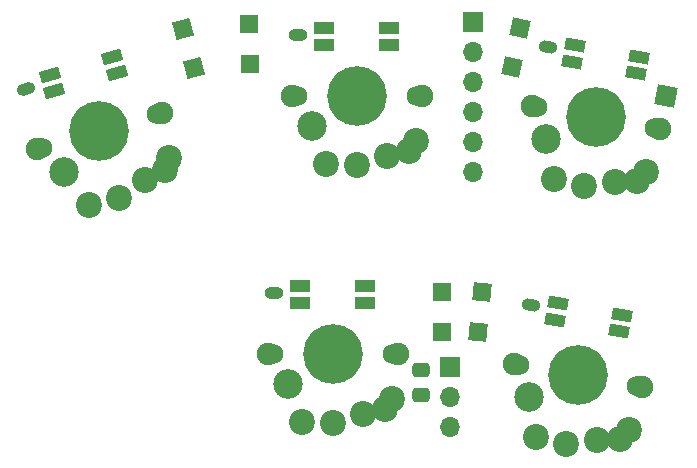
<source format=gbr>
%TF.GenerationSoftware,KiCad,Pcbnew,(6.99.0-4085-g6c752680d7)*%
%TF.CreationDate,2022-11-14T16:54:02+08:00*%
%TF.ProjectId,flex_thumbs_right,666c6578-5f74-4687-956d-62735f726967,rev?*%
%TF.SameCoordinates,Original*%
%TF.FileFunction,Soldermask,Top*%
%TF.FilePolarity,Negative*%
%FSLAX46Y46*%
G04 Gerber Fmt 4.6, Leading zero omitted, Abs format (unit mm)*
G04 Created by KiCad (PCBNEW (6.99.0-4085-g6c752680d7)) date 2022-11-14 16:54:02*
%MOMM*%
%LPD*%
G01*
G04 APERTURE LIST*
G04 Aperture macros list*
%AMRoundRect*
0 Rectangle with rounded corners*
0 $1 Rounding radius*
0 $2 $3 $4 $5 $6 $7 $8 $9 X,Y pos of 4 corners*
0 Add a 4 corners polygon primitive as box body*
4,1,4,$2,$3,$4,$5,$6,$7,$8,$9,$2,$3,0*
0 Add four circle primitives for the rounded corners*
1,1,$1+$1,$2,$3*
1,1,$1+$1,$4,$5*
1,1,$1+$1,$6,$7*
1,1,$1+$1,$8,$9*
0 Add four rect primitives between the rounded corners*
20,1,$1+$1,$2,$3,$4,$5,0*
20,1,$1+$1,$4,$5,$6,$7,0*
20,1,$1+$1,$6,$7,$8,$9,0*
20,1,$1+$1,$8,$9,$2,$3,0*%
%AMHorizOval*
0 Thick line with rounded ends*
0 $1 width*
0 $2 $3 position (X,Y) of the first rounded end (center of the circle)*
0 $4 $5 position (X,Y) of the second rounded end (center of the circle)*
0 Add line between two ends*
20,1,$1,$2,$3,$4,$5,0*
0 Add two circle primitives to create the rounded ends*
1,1,$1,$2,$3*
1,1,$1,$4,$5*%
%AMRotRect*
0 Rectangle, with rotation*
0 The origin of the aperture is its center*
0 $1 length*
0 $2 width*
0 $3 Rotation angle, in degrees counterclockwise*
0 Add horizontal line*
21,1,$1,$2,0,0,$3*%
G04 Aperture macros list end*
%ADD10R,1.524000X1.524000*%
%ADD11R,1.700000X1.000000*%
%ADD12RotRect,1.524000X1.524000X265.000000*%
%ADD13C,1.900000*%
%ADD14C,1.750000*%
%ADD15HorizOval,1.000000X0.295442X-0.052094X-0.295442X0.052094X0*%
%ADD16C,5.050000*%
%ADD17C,2.500000*%
%ADD18C,2.200000*%
%ADD19RoundRect,0.250000X-0.475000X0.337500X-0.475000X-0.337500X0.475000X-0.337500X0.475000X0.337500X0*%
%ADD20RotRect,1.524000X1.524000X258.000000*%
%ADD21O,1.600000X1.000000*%
%ADD22HorizOval,1.000000X0.288379X0.082691X-0.288379X-0.082691X0*%
%ADD23RotRect,1.700000X1.000000X350.000000*%
%ADD24RotRect,1.700000X1.000000X170.000000*%
%ADD25R,1.700000X1.700000*%
%ADD26O,1.700000X1.700000*%
%ADD27RotRect,1.524000X1.524000X271.000000*%
%ADD28RotRect,1.700000X1.000000X16.000000*%
%ADD29RotRect,1.524000X1.524000X285.000000*%
%ADD30RotRect,1.700000X1.700000X169.000000*%
G04 APERTURE END LIST*
D10*
%TO.C,D1*%
X100571304Y-93946556D03*
X100571304Y-97346556D03*
%TD*%
D11*
%TO.C,D4*%
X88553315Y-93468090D03*
X94053315Y-93468090D03*
X94053315Y-94868090D03*
X88553315Y-94868090D03*
%TD*%
%TO.C,D10*%
X96085313Y-73024091D03*
X90585313Y-73024091D03*
X90585313Y-71624091D03*
X96085313Y-71624091D03*
%TD*%
D12*
%TO.C,D9*%
X103897642Y-93982046D03*
X103601313Y-97369107D03*
%TD*%
D13*
%TO.C,SW9*%
X106664075Y-100041825D03*
D14*
X107077695Y-100114757D03*
D15*
X108050766Y-95056888D03*
D16*
X112080518Y-100996890D03*
D14*
X117083341Y-101879023D03*
D13*
X117496961Y-101951955D03*
D17*
X107887334Y-102836702D03*
D18*
X108521541Y-106208049D03*
X111055994Y-106807256D03*
X113699797Y-106440780D03*
X115597526Y-106389538D03*
X116344694Y-105607400D03*
%TD*%
D19*
%TO.C,C1*%
X98748605Y-100579133D03*
X98748605Y-102654133D03*
%TD*%
D20*
%TO.C,D5*%
X107153488Y-71607742D03*
X106446589Y-74933444D03*
%TD*%
D13*
%TO.C,SW19*%
X87835313Y-77324091D03*
D14*
X88255313Y-77324091D03*
D21*
X88335312Y-72174090D03*
D16*
X93335313Y-77324091D03*
D14*
X98415313Y-77324091D03*
D13*
X98835313Y-77324091D03*
D17*
X89525313Y-79864091D03*
D18*
X90735313Y-83074091D03*
X93335313Y-83224091D03*
X95875313Y-82404091D03*
X97735313Y-82024091D03*
X98335313Y-81124091D03*
%TD*%
D13*
%TO.C,SW14*%
X66255171Y-81837290D03*
D14*
X66658901Y-81721523D03*
D22*
X65316268Y-76748973D03*
D16*
X71542110Y-80321285D03*
D14*
X76425319Y-78921047D03*
D13*
X76829049Y-78805280D03*
D17*
X68579822Y-83813068D03*
D18*
X70627744Y-86565197D03*
X73168370Y-85992729D03*
X75383952Y-84504376D03*
X77067157Y-83626411D03*
X77395840Y-82595893D03*
%TD*%
D23*
%TO.C,D12*%
X117008623Y-75395741D03*
X111592180Y-74440676D03*
X111835287Y-73061945D03*
X117251730Y-74017010D03*
%TD*%
D24*
%TO.C,D2*%
X110362088Y-94905951D03*
X115778531Y-95861016D03*
X115535424Y-97239747D03*
X110118981Y-96284682D03*
%TD*%
D25*
%TO.C,J1*%
X103190504Y-71126487D03*
D26*
X103190504Y-73666487D03*
X103190504Y-76206487D03*
X103190504Y-78746487D03*
X103190504Y-81286487D03*
X103190504Y-83826487D03*
%TD*%
D13*
%TO.C,SW1*%
X85803303Y-99168090D03*
D14*
X86223303Y-99168090D03*
D21*
X86303302Y-94018089D03*
D16*
X91303303Y-99168090D03*
D14*
X96383303Y-99168090D03*
D13*
X96803303Y-99168090D03*
D17*
X87493303Y-101708090D03*
D18*
X88703303Y-104918090D03*
X91303303Y-105068090D03*
X93843303Y-104248090D03*
X95703303Y-103868090D03*
X96303303Y-102968090D03*
%TD*%
D27*
%TO.C,D19*%
X84220391Y-71251964D03*
X84279729Y-74651447D03*
%TD*%
D28*
%TO.C,D7*%
X72993142Y-75430172D03*
X67706202Y-76946178D03*
X67320310Y-75600412D03*
X72607250Y-74084406D03*
%TD*%
D13*
%TO.C,SW5*%
X108137271Y-78197820D03*
D14*
X108550891Y-78270752D03*
D15*
X109523962Y-73212883D03*
D16*
X113553714Y-79152885D03*
D14*
X118556537Y-80035018D03*
D13*
X118970157Y-80107950D03*
D17*
X109360530Y-80992697D03*
D18*
X109994737Y-84364044D03*
X112529190Y-84963251D03*
X115172993Y-84596775D03*
X117070722Y-84545533D03*
X117817890Y-83763395D03*
%TD*%
D29*
%TO.C,D14*%
X78630978Y-71696783D03*
X79510963Y-74980931D03*
%TD*%
D25*
%TO.C,J2*%
X101210124Y-100309689D03*
D26*
X101210124Y-102849689D03*
X101210124Y-105389689D03*
%TD*%
D30*
%TO.C,J3*%
X119520923Y-77351807D03*
%TD*%
M02*

</source>
